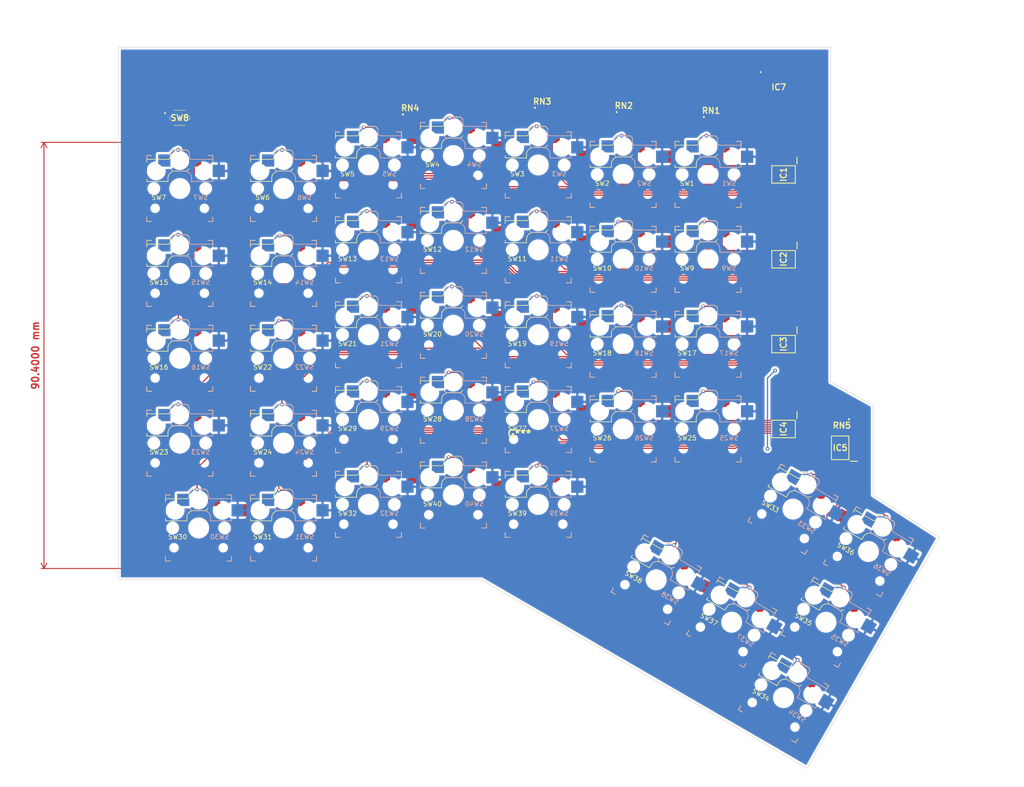
<source format=kicad_pcb>
(kicad_pcb (version 20211014) (generator pcbnew)
  (layers (0 "F.Cu" signal) (31 "B.Cu" signal) (34 "B.Paste" user) (35 "F.Paste" user) (36 "B.SilkS" user "B.Silkscreen") (37 "F.SilkS" user "F.Silkscreen") (38 "B.Mask" user) (39 "F.Mask" user) (44 "Edge.Cuts" user))
  (net 0 "")
  (net 2 "GND")
  (net 3 "+3V3")
  (net 9 "/1-2")
  (net 10 "/4")
  (net 11 "/3")
  (net 12 "/2")
  (net 13 "/1")
  (net 14 "/MISO")
  (net 15 "/2-3")
  (net 16 "/8")
  (net 17 "/7")
  (net 18 "/6")
  (net 19 "/5")
  (net 20 "/13")
  (net 21 "/14")
  (net 22 "/15")
  (net 23 "/16")
  (net 24 "/3-4")
  (net 25 "/9")
  (net 26 "/10")
  (net 27 "/11")
  (net 28 "/12")
  (net 29 "/20")
  (net 30 "/19")
  (net 31 "/18")
  (net 32 "/17")
  (net 33 "/4-5")
  (net 34 "/24")
  (net 35 "/23")
  (net 36 "/22")
  (net 37 "/21")
  (net 38 "/28")
  (net 39 "/27")
  (net 40 "/26")
  (net 41 "/25")
  (net 42 "/32")
  (net 43 "/31")
  (net 44 "/30")
  (net 45 "/29")
  (net 46 "/36")
  (net 47 "/35")
  (net 48 "/34")
  (net 49 "/33")
  (net 50 "/40")
  (net 51 "/39")
  (net 52 "/38")
  (net 53 "/37")
  (net 111 "/PL")
  (net 112 "/CLK")
  (net 113 "/CE")
  (footprint "Component_lib:Kailh_socket_PG1350_reversible" (layer "F.Cu") (at 72 124 180)
    (fp_text reference "SW29")
    (fp_text value "SW_Push")
  )
  (footprint "Component_lib:Kailh_socket_PG1350_reversible" (layer "F.Cu") (at 36 147 180)
    (fp_text reference "SW30")
    (fp_text value "SW_Push")
  )
  (footprint "Component_lib:Kailh_socket_PG1350_reversible" (layer "F.Cu") (at 169 167 150)
    (fp_text reference "SW35")
    (fp_text value "SW_Push")
  )
  (footprint "Component_lib:EXB2HV_1" (layer "F.Cu") (at 109.2 56.6)
    (fp_text reference "RN3")
    (fp_text value "EXB-2HV103JV" hide)
  )
  (footprint "Component_lib:SOP65P640X120-16N" (layer "F.Cu") (at 160 108 -90)
    (fp_text reference "IC3")
    (fp_text value "SN74HC165PWR" hide)
  )
  (footprint "Component_lib:SKRPABE010" (layer "F.Cu") (at 32 60)
    (fp_text reference "SW8")
    (fp_text value "SW_Push" hide)
  )
  (footprint "Component_lib:Kailh_socket_PG1350_reversible" (layer "F.Cu") (at 149 167 150)
    (fp_text reference "SW37")
    (fp_text value "SW_Push")
  )
  (footprint "Component_lib:EXB2HV_1" (layer "F.Cu") (at 126.5 57.5)
    (fp_text reference "RN2")
    (fp_text value "EXB-2HV103JV" hide)
  )
  (footprint "Component_lib:Kailh_socket_PG1350_reversible" (layer "F.Cu") (at 144 126 180)
    (fp_text reference "SW25")
    (fp_text value "SW_Push")
  )
  (footprint "Component_lib:pmk-v1-noFN" (layer "F.Cu") (at 104 127)
    (fp_text reference "G***")
    (fp_text value "LOGO" hide)
  )
  (footprint "Component_lib:Kailh_socket_PG1350_reversible" (layer "F.Cu") (at 72 88 180)
    (fp_text reference "SW13")
    (fp_text value "SW_Push")
  )
  (footprint "Component_lib:Kailh_socket_PG1350_reversible" (layer "F.Cu") (at 144 72 180)
    (fp_text reference "SW1")
    (fp_text value "SW_Push")
  )
  (footprint "Component_lib:Kailh_socket_PG1350_reversible" (layer "F.Cu") (at 32 93 180)
    (fp_text reference "SW15")
    (fp_text value "SW_Push")
  )
  (footprint "Component_lib:SOP65P640X120-16N" (layer "F.Cu") (at 172 130 180)
    (fp_text reference "IC5")
    (fp_text value "SN74HC165PWR" hide)
  )
  (footprint "Component_lib:Kailh_socket_PG1350_reversible" (layer "F.Cu") (at 72 142 180)
    (fp_text reference "SW32")
    (fp_text value "SW_Push")
  )
  (footprint "Component_lib:Kailh_socket_PG1350_reversible" (layer "F.Cu") (at 126 72 180)
    (fp_text reference "SW2")
    (fp_text value "SW_Push")
  )
  (footprint "Component_lib:EXB2HV_1" (layer "F.Cu") (at 172 125.2 180)
    (fp_text reference "RN5")
    (fp_text value "EXB-2HV103JV" hide)
  )
  (footprint "Component_lib:Kailh_socket_PG1350_reversible" (layer "F.Cu") (at 90 104 180)
    (fp_text reference "SW20")
    (fp_text value "SW_Push")
  )
  (footprint "Component_lib:Kailh_socket_PG1350_reversible" (layer "F.Cu") (at 72 106 180)
    (fp_text reference "SW21")
    (fp_text value "SW_Push")
  )
  (footprint "Component_lib:QFN40P700X700X90-57N-D" (layer "F.Cu") (at 159 53.5)
    (fp_text reference "IC7")
    (fp_text value "ESP32-S2FH4" hide)
  )
  (footprint "Component_lib:Kailh_socket_PG1350_reversible" (layer "F.Cu") (at 90 122 180)
    (fp_text reference "SW28")
    (fp_text value "SW_Push")
  )
  (footprint "Component_lib:Kailh_socket_PG1350_reversible" (layer "F.Cu") (at 32 75 180)
    (fp_text reference "SW7")
    (fp_text value "SW_Push")
  )
  (footprint "Component_lib:Kailh_socket_PG1350_reversible" (layer "F.Cu") (at 108 88 180)
    (fp_text reference "SW11")
    (fp_text value "SW_Push")
  )
  (footprint "Component_lib:Kailh_socket_PG1350_reversible" (layer "F.Cu") (at 144 108 180)
    (fp_text reference "SW17")
    (fp_text value "SW_Push")
  )
  (footprint "Component_lib:Kailh_socket_PG1350_reversible" (layer "F.Cu") (at 178 152 150)
    (fp_text reference "SW36")
    (fp_text value "SW_Push")
  )
  (footprint "Component_lib:EXB2HV_1" (layer "F.Cu") (at 145 58.55)
    (fp_text reference "RN1")
    (fp_text value "EXB-2HV103JV" hide)
  )
  (footprint "Component_lib:Kailh_socket_PG1350_reversible" (layer "F.Cu") (at 144 90 180)
    (fp_text reference "SW9")
    (fp_text value "SW_Push")
  )
  (footprint "Component_lib:Kailh_socket_PG1350_reversible" (layer "F.Cu") (at 126 108 180)
    (fp_text reference "SW18")
    (fp_text value "SW_Push")
  )
  (footprint "Component_lib:Kailh_socket_PG1350_reversible" (layer "F.Cu") (at 160 183 150)
    (fp_text reference "SW34")
    (fp_text value "SW_Push")
  )
  (footprint "Component_lib:Kailh_socket_PG1350_reversible" (layer "F.Cu") (at 133 158 150)
    (fp_text reference "SW38")
    (fp_text value "SW_Push")
  )
  (footprint "Component_lib:Kailh_socket_PG1350_reversible" (layer "F.Cu") (at 54 93 180)
    (fp_text reference "SW14")
    (fp_text value "SW_Push")
  )
  (footprint "Component_lib:Kailh_socket_PG1350_reversible" (layer "F.Cu") (at 90 86 180)
    (fp_text reference "SW12")
    (fp_text value "SW_Push")
  )
  (footprint "Component_lib:Kailh_socket_PG1350_reversible" (layer "F.Cu") (at 126 90 180)
    (fp_text reference "SW10")
    (fp_text value "SW_Push")
  )
  (footprint "Component_lib:Kailh_socket_PG1350_reversible" (layer "F.Cu") (at 54 129 180)
    (fp_text reference "SW24")
    (fp_text value "SW_Push")
  )
  (footprint "Component_lib:SOP65P640X120-16N" (layer "F.Cu") (at 160 126 -90)
    (fp_text reference "IC4")
    (fp_text value "SN74HC165PWR" hide)
  )
  (footprint "Component_lib:Kailh_socket_PG1350_reversible" (layer "F.Cu") (at 108 124 180)
    (fp_text reference "SW27")
    (fp_text value "SW_Push")
  )
  (footprint "Component_lib:Kailh_socket_PG1350_reversible" (layer "F.Cu") (at 54 147 180)
    (fp_text reference "SW31")
    (fp_text value "SW_Push")
  )
  (footprint "Component_lib:Kailh_socket_PG1350_reversible" (layer "F.Cu") (at 32 111 180)
    (fp_text reference "SW16")
    (fp_text value "SW_Push")
  )
  (footprint "Component_lib:Kailh_socket_PG1350_reversible" (layer "F.Cu") (at 126 126 180)
    (fp_text reference "SW26")
    (fp_text value "SW_Push")
  )
  (footprint "Component_lib:Kailh_socket_PG1350_reversible" (layer "F.Cu") (at 162 143 150)
    (fp_text reference "SW33")
    (fp_text value "SW_Push")
  )
  (footprint "Component_lib:Kailh_socket_PG1350_reversible" (layer "F.Cu") (at 54 111 180)
    (fp_text reference "SW22")
    (fp_text value "SW_Push")
  )
  (footprint "Component_lib:Kailh_socket_PG1350_reversible" (layer "F.Cu") (at 54 75 180)
    (fp_text reference "SW6")
    (fp_text value "SW_Push")
  )
  (footprint "Component_lib:Kailh_socket_PG1350_reversible" (layer "F.Cu") (at 108 70 180)
    (fp_text reference "SW3")
    (fp_text value "SW_Push")
  )
  (footprint "Component_lib:Kailh_socket_PG1350_reversible" (layer "F.Cu") (at 108 106 180)
    (fp_text reference "SW19")
    (fp_text value "SW_Push")
  )
  (footprint "Component_lib:Kailh_socket_PG1350_reversible" (layer "F.Cu") (at 90 68 180)
    (fp_text reference "SW4")
    (fp_text value "SW_Push")
  )
  (footprint "Component_lib:SOP65P640X120-16N" (layer "F.Cu") (at 160 90 -90)
    (fp_text reference "IC2")
    (fp_text value "SN74HC165PWR" hide)
  )
  (footprint "Component_lib:EXB2HV_1" (layer "F.Cu") (at 81.2 58)
    (fp_text reference "RN4")
    (fp_text value "EXB-2HV103JV" hide)
  )
  (footprint "Component_lib:Kailh_socket_PG1350_reversible" (layer "F.Cu") (at 108 142 180)
    (fp_text reference "SW39")
    (fp_text value "SW_Push")
  )
  (footprint "Component_lib:SOP65P640X120-16N" (layer "F.Cu") (at 160 72 -90)
    (fp_text reference "IC1")
    (fp_text value "SN74HC165PWR" hide)
  )
  (footprint "Component_lib:Kailh_socket_PG1350_reversible" (layer "F.Cu") (at 90 140 180)
    (fp_text reference "SW40")
    (fp_text value "SW_Push")
  )
  (footprint "Component_lib:Kailh_socket_PG1350_reversible" (layer "F.Cu") (at 72 70 180)
    (fp_text reference "SW5")
    (fp_text value "SW_Push")
  )
  (footprint "Component_lib:Kailh_socket_PG1350_reversible" (layer "F.Cu") (at 32 129 180)
    (fp_text reference "SW23")
    (fp_text value "SW_Push")
  )
  (gr_poly (pts (xy 170 116) (xy 179 121) (xy 179 140) (xy 193 149) (xy 165 198) (xy 96 158) (xy 19 158) (xy 19 45) (xy 170 45)) (layer "Edge.Cuts") (width 0.1) (fill none))
  (dimension (type aligned) (layer "F.Cu") (pts (xy 54.6 155.6) (xy 54.6 65.2)) (height -51.4) (gr_text "90.4000 mm" (at 1.4 110.4 90) (layer "F.Cu") (effects (font (size 1.5 1.5) (thickness 0.3)))) (format (units 3) (units_format 1) (precision 4)) (style (thickness 0.2) (arrow_length 1.27) (text_position_mode 0) (extension_height 0.58642) (extension_offset 0.5) keep_text_aligned))
  (segment (start 158.375 73.9505) (end 158.1745 73.75) (width 0.25) (layer "F.Cu") (net 9))
  (segment (start 158.1745 73.75) (end 156.4 73.75) (width 0.25) (layer "F.Cu") (net 9))
  (segment (start 158.375 74.938) (end 158.375 73.9505) (width 0.25) (layer "F.Cu") (net 9))
  (segment (start 92.7 63.5) (end 93.275 62.925) (width 0.25) (layer "F.Cu") (net 10))
  (segment (start 159.5245 71.5) (end 152.536396 71.5) (width 0.25) (layer "F.Cu") (net 10))
  (segment (start 160.975 70.0495) (end 159.5245 71.5) (width 0.25) (layer "F.Cu") (net 10))
  (segment (start 92.7 71.1) (end 92.7 63.5) (width 0.25) (layer "F.Cu") (net 10))
  (segment (start 152.536396 71.5) (end 149.436396 74.6) (width 0.25) (layer "F.Cu") (net 10))
  (segment (start 91.225 60) (end 89.2 60) (width 0.25) (layer "F.Cu") (net 10))
  (segment (start 160.975 69.062) (end 160.975 70.0495) (width 0.25) (layer "F.Cu") (net 10))
  (segment (start 149.436396 74.6) (end 96.2 74.6) (width 0.25) (layer "F.Cu") (net 10))
  (segment (start 96.2 74.6) (end 92.7 71.1) (width 0.25) (layer "F.Cu") (net 10))
  (segment (start 93.275 62.925) (end 93.275 62.05) (width 0.25) (layer "F.Cu") (net 10))
  (segment (start 93.275 62.05) (end 91.225 60) (width 0.25) (layer "F.Cu") (net 10))
  (via (at 89.2 60) (size 0.8) (drill 0.4) (layers "F.Cu" "B.Cu") (net 10))
  (segment (start 88.775 60) (end 86.725 62.05) (width 0.25) (layer "B.Cu") (net 10))
  (segment (start 89.2 60) (end 88.775 60) (width 0.25) (layer "B.Cu") (net 10))
  (segment (start 114 74.1) (end 111 71.1) (width 0.25) (layer "F.Cu") (net 11))
  (segment (start 159.35 71.0245) (end 152.3755 71.0245) (width 0.25) (layer "F.Cu") (net 11))
  (segment (start 109.012768 61.787768) (end 107.660946 61.787768) (width 0.25) (layer "F.Cu") (net 11))
  (segment (start 111 71.1) (end 111 64.325) (width 0.25) (layer "F.Cu") (net 11))
  (segment (start 148.7 74.1) (end 114 74.1) (width 0.25) (layer "F.Cu") (net 11))
  (segment (start 160.325 70.0495) (end 159.35 71.0245) (width 0.25) (layer "F.Cu") (net 11))
  (segment (start 152.3755 71.0245) (end 149.3 74.1) (width 0.25) (layer "F.Cu") (net 11))
  (segment (start 111.275 64.05) (end 109.012768 61.787768) (width 0.25) (layer "F.Cu") (net 11))
  (segment (start 149.3 74.1) (end 148.7 74.1) (width 0.25) (layer "F.Cu") (net 11))
  (segment (start 160.325 69.062) (end 160.325 70.0495) (width 0.25) (layer "F.Cu") (net 11))
  (segment (start 111 64.325) (end 111.275 64.05) (width 0.25) (layer "F.Cu") (net 11))
  (via (at 107.660946 61.787768) (size 0.8) (drill 0.4) (layers "F.Cu" "B.Cu") (net 11))
  (segment (start 106.987232 61.787768) (end 104.725 64.05) (width 0.25) (layer "B.Cu") (net 11))
  (segment (start 107.660946 61.787768) (end 106.987232 61.787768) (width 0.25) (layer "B.Cu") (net 11))
  (segment (start 142.2 70.6) (end 130.5 70.6) (width 0.25) (layer "F.Cu") (net 12))
  (segment (start 159.15 70.5745) (end 145.5745 70.5745) (width 0.25) (layer "F.Cu") (net 12))
  (segment (start 127.012768 63.787768) (end 125.660946 63.787768) (width 0.25) (layer "F.Cu") (net 12))
  (segment (start 129 69.1) (end 129 66.325) (width 0.25) (layer "F.Cu") (net 12))
  (segment (start 129 66.325) (end 129.275 66.05) (width 0.25) (layer "F.Cu") (net 12))
  (segment (start 159.675 70.0495) (end 159.15 70.5745) (width 0.25) (layer "F.Cu") (net 12))
  (segment (start 129.275 66.05) (end 127.012768 63.787768) (width 0.25) (layer "F.Cu") (net 12))
  (segment (start 145.5745 70.5745) (end 144.9 69.9) (width 0.25) (layer "F.Cu") (net 12))
  (segment (start 142.9 69.9) (end 142.2 70.6) (width 0.25) (layer "F.Cu") (net 12))
  (segment (start 144.9 69.9) (end 142.9 69.9) (width 0.25) (layer "F.Cu") (net 12))
  (segment (start 130.5 70.6) (end 129 69.1) (width 0.25) (layer "F.Cu") (net 12))
  (segment (start 159.675 69.062) (end 159.675 70.0495) (width 0.25) (layer "F.Cu") (net 12))
  (via (at 125.660946 63.787768) (size 0.8) (drill 0.4) (layers "F.Cu" "B.Cu") (net 12))
  (segment (start 124.987232 63.787768) (end 122.725 66.05) (width 0.25) (layer "B.Cu") (net 12))
  (segment (start 125.660946 63.787768) (end 124.987232 63.787768) (width 0.25) (layer "B.Cu") (net 12))
  (segment (start 147.275 66.05) (end 145.012768 63.787768) (width 0.25) (layer "F.Cu") (net 13))
  (segment (start 147.449499 70.1245) (end 147.1 69.775001) (width 0.25) (layer "F.Cu") (net 13))
  (segment (start 158.95 70.1245) (end 147.449499 70.1245) (width 0.25) (layer "F.Cu") (net 13))
  (segment (start 147.1 66.225) (end 147.275 66.05) (width 0.25) (layer "F.Cu") (net 13))
  (segment (start 159.025 69.062) (end 159.025 70.0495) (width 0.25) (layer "F.Cu") (net 13))
  (segment (start 147.1 69.775001) (end 147.1 66.225) (width 0.25) (layer "F.Cu") (net 13))
  (segment (start 145.012768 63.787768) (end 143.660946 63.787768) (width 0.25) (layer "F.Cu") (net 13))
  (segment (start 159.025 70.0495) (end 158.95 70.1245) (width 0.25) (layer "F.Cu") (net 13))
  (via (at 143.660946 63.787768) (size 0.8) (drill 0.4) (layers "F.Cu" "B.Cu") (net 13))
  (segment (start 142.987232 63.787768) (end 140.725 66.05) (width 0.25) (layer "B.Cu") (net 13))
  (segment (start 143.660946 63.787768) (end 142.987232 63.787768) (width 0.25) (layer "B.Cu") (net 13))
  (segment (start 64.236396 73.3) (end 59.536396 78) (width 0.25) (layer "F.Cu") (net 16))
  (segment (start 158.3745 73.3) (end 153.28198 73.3) (width 0.25) (layer "F.Cu") (net 16))
  (segment (start 59.536396 78) (end 58.7 78) (width 0.25) (layer "F.Cu") (net 16))
  (segment (start 21.4 75.7) (end 23.7 78) (width 0.25) (layer "F.Cu") (net 16))
  (segment (start 92.290812 73.3) (end 64.236396 73.3) (width 0.25) (layer "F.Cu") (net 16))
  (segment (start 23.725 58.925) (end 23.7 58.9) (width 0.25) (layer "F.Cu") (net 16))
  (segment (start 23.7 78) (end 58.7 78) (width 0.25) (layer "F.Cu") (net 16))
  (segment (start 21.4 61.2) (end 21.4 75.7) (width 0.25) (layer "F.Cu") (net 16))
  (segment (start 153.28198 73.3) (end 150.18198 76.4) (width 0.25) (layer "F.Cu") (net 16))
  (segment (start 150.18198 76.4) (end 95.390812 76.4) (width 0.25) (layer "F.Cu") (net 16))
  (segment (start 95.390812 76.4) (end 92.290812 73.3) (width 0.25) (layer "F.Cu") (net 16))
  (segment (start 23.7 58.9) (end 21.4 61.2) (width 0.25) (layer "F.Cu") (net 16))
  (segment (start 29.925 58.925) (end 23.725 58.925) (width 0.25) (layer "F.Cu") (net 16))
  (segment (start 159.025 74.938) (end 159.025 73.9505) (width 0.25) (layer "F.Cu") (net 16))
  (segment (start 159.025 73.9505) (end 158.3745 73.3) (width 0.25) (layer "F.Cu") (net 16))
  (segment (start 158.5745 72.85) (end 153.095584 72.85) (width 0.25) (layer "F.Cu") (net 17))
  (segment (start 35.1 69.225) (end 35.1 75.4) (width 0.25) (layer "F.Cu") (net 17))
  (segment (start 35.275 69.05) (end 33.012768 66.787768) (width 0.25) (layer "F.Cu") (net 17))
  (segment (start 35.1 75.4) (end 37.2 77.5) (width 0.25) (layer "F.Cu") (net 17))
  (segment (start 159.675 73.9505) (end 158.5745 72.85) (width 0.25) (layer "F.Cu") (net 17))
  (segment (start 59.4 77.5) (end 58.8 77.5) (width 0.25) (layer "F.Cu") (net 17))
  (segment (start 149.995584 75.95) (end 95.577208 75.95) (width 0.25) (layer "F.Cu") (net 17))
  (segment (start 95.577208 75.95) (end 92.427208 72.8) (width 0.25) (layer "F.Cu") (net 17))
  (segment (start 92.427208 72.8) (end 64.1 72.8) (width 0.25) (layer "F.Cu") (net 17))
  (segment (start 159.675 74.938) (end 159.675 73.9505) (width 0.25) (layer "F.Cu") (net 17))
  (segment (start 64.1 72.8) (end 59.4 77.5) (width 0.25) (layer "F.Cu") (net 17))
  (segment (start 37.2 77.5) (end 58.8 77.5) (width 0.25) (layer "F.Cu") (net 17))
  (segment (start 33.012768 66.787768) (end 31.660946 66.787768) (width 0.25) (layer "F.Cu") (net 17))
  (segment (start 35.275 69.05) (end 35.1 69.225) (width 0.25) (layer "F.Cu") (net 17))
  (segment (start 153.095584 72.85) (end 149.995584 75.95) (width 0.25) (layer "F.Cu") (net 17))
  (via (at 31.660946 66.787768) (size 0.8) (drill 0.4) (layers "F.Cu" "B.Cu") (net 17))
  (segment (start 31.660946 66.787768) (end 30.987232 66.787768) (width 0.25) (layer "B.Cu") (net 17))
  (segment (start 30.987232 66.787768) (end 28.725 69.05) (width 0.25) (layer "B.Cu") (net 17))
  (segment (start 160.325 73.9505) (end 160.325 74.938) (width 0.25) (layer "F.Cu") (net 18))
  (segment (start 149.809188 75.5) (end 152.909188 72.4) (width 0.25) (layer "F.Cu") (net 18))
  (segment (start 55.012768 66.787768) (end 53.660946 66.787768) (width 0.25) (layer "F.Cu") (net 18))
  (segment (start 158.7745 72.4) (end 160.325 73.9505) (width 0.25) (layer "F.Cu") (net 18))
  (segment (start 95.9 75.5) (end 149.809188 75.5) (width 0.25) (layer "F.Cu") (net 18))
  (segment (start 92.563604 72.3) (end 95.763604 75.5) (width 0.25) (layer "F.Cu") (net 18))
  (segment (start 61.65 69.05) (end 64.9 72.3) (width 0.25) (layer "F.Cu") (net 18))
  (segment (start 95.763604 75.5) (end 95.9 75.5) (width 0.25) (layer "F.Cu") (net 18))
  (segment (start 152.909188 72.4) (end 158.7745 72.4) (width 0.25) (layer "F.Cu") (net 18))
  (segment (start 57.275 69.05) (end 61.65 69.05) (width 0.25) (layer "F.Cu") (net 18))
  (segment (start 64.9 72.3) (end 92.563604 72.3) (width 0.25) (layer "F.Cu") (net 18))
  (segment (start 57.275 69.05) (end 55.012768 66.787768) (width 0.25) (layer "F.Cu") (net 18))
  (via (at 53.660946 66.787768) (size 0.8) (drill 0.4) (layers "F.Cu" "B.Cu") (net 18))
  (segment (start 52.987232 66.787768) (end 50.725 69.05) (width 0.25) (layer "B.Cu") (net 18))
  (segment (start 53.660946 66.787768) (end 52.987232 66.787768) (width 0.25) (layer "B.Cu") (net 18))
  (segment (start 92.7 71.8) (end 95.95 75.05) (width 0.25) (layer "F.Cu") (net 19))
  (segment (start 158.9745 71.95) (end 152.722792 71.95) (width 0.25) (layer "F.Cu") (net 19))
  (segment (start 152.722792 71.95) (end 149.622792 75.05) (width 0.25) (layer "F.Cu") (net 19))
  (segment (start 75.275 64.05) (end 75.275 65.125) (width 0.25) (layer "F.Cu") (net 19))
  (segment (start 75.275 65.125) (end 75 65.4) (width 0.25) (layer "F.Cu") (net 19))
  (segment (start 73.225 62) (end 71 62) (width 0.25) (layer "F.Cu") (net 19))
  (segment (start 95.95 75.05) (end 149.622792 75.05) (width 0.25) (layer "F.Cu") (net 19))
  (segment (start 75.275 64.05) (end 73.225 62) (width 0.25) (layer "F.Cu") (net 19))
  (segment (start 76.6 71.8) (end 92.7 71.8) (width 0.25) (layer "F.Cu") (net 19))
  (segment (start 75 65.4) (end 75 70.2) (width 0.25) (layer "F.Cu") (net 19))
  (segment (start 160.975 74.938) (end 160.975 73.9505) (width 0.25) (layer "F.Cu") (net 19))
  (segment (start 160.975 73.9505) (end 158.9745 71.95) (width 0.25) (layer "F.Cu") (net 19))
  (segment (start 75 70.2) (end 76.6 71.8) (width 0.25) (layer "F.Cu") (net 19))
  (via (at 71 62) (size 0.8) (drill 0.4) (layers "F.Cu" "B.Cu") (net 19))
  (segment (start 68.95 64.05) (end 68.725 64.05) (width 0.25) (layer "B.Cu") (net 19))
  (segment (start 71 62) (end 68.95 64.05) (width 0.25) (layer "B.Cu") (net 19))
  (segment (start 75.275 82.05) (end 73.012768 79.787768) (width 0.25) (layer "F.Cu") (net 20))
  (segment (start 74.8 88.3) (end 74.8 82.525) (width 0.25) (layer "F.Cu") (net 20))
  (segment (start 100.3 90.2) (end 76.7 90.2) (width 0.25) (layer "F.Cu") (net 20))
  (segment (start 160.975 91.9505) (end 158.9745 89.95) (width 0.25) (layer "F.Cu") (net 20))
  (segment (start 76.7 90.2) (end 74.8 88.3) (width 0.25) (layer "F.Cu") (net 20))
  (segment (start 152.922792 89.95) (end 149.822792 93.05) (width 0.25) (layer "F.Cu") (net 20))
  (segment (start 73.012768 79.787768) (end 71.660946 79.787768) (width 0.25) (layer "F.Cu") (net 20))
  (segment (start 149.822792 93.05) (end 103.15 93.05) (width 0.25) (layer "F.Cu") (net 20))
  (segment (start 158.9745 89.95) (end 152.922792 89.95) (width 0.25) (layer "F.Cu") (net 20))
  (segment (start 160.975 92.938) (end 160.975 91.9505) (width 0.25) (layer "F.Cu") (net 20))
  (segment (start 103.15 93.05) (end 100.3 90.2) (width 0.25) (layer "F.Cu") (net 20))
  (segment (start 74.8 82.525) (end 75.275 82.05) (width 0.25) (layer "F.Cu") (net 20))
  (via (at 71.660946 79.787768) (size 0.8) (drill 0.4) (layers "F.Cu" "B.Cu") (net 20))
  (segment (start 70.987232 79.787768) (end 68.725 82.05) (width 0.25) (layer "B.Cu") (net 20))
  (segment (start 71.660946 79.787768) (end 70.987232 79.787768) (width 0.25) (layer "B.Cu") (net 20))
  (segment (start 56.8 90.2) (end 58 91.4) (width 0.25) (layer "F.Cu") (net 21))
  (segment (start 160.325 91.9505) (end 159.35 90.9755) (width 0.25) (layer "F.Cu") (net 21))
  (segment (start 150.009188 93.5) (end 102.963604 93.5) (width 0.25) (layer "F.Cu") (net 21))
  (segment (start 100.163604 90.7) (end 63.4 90.7) (width 0.25) (layer "F.Cu") (net 21))
  (segment (start 55.225 85) (end 53.2 85) (width 0.25) (layer "F.Cu") (net 21))
  (segment (start 57.275 87.05) (end 55.225 85) (width 0.25) (layer "F.Cu") (net 21))
  (segment (start 158.794052 90.405948) (end 153.10324 90.405948) (width 0.25) (layer "F.Cu") (net 21))
  (segment (start 159.35 90.961896) (end 158.794052 90.405948) (width 0.25) (layer "F.Cu") (net 21))
  (segment (start 56.8 87.525) (end 56.8 90.2) (width 0.25) (layer "F.Cu") (net 21))
  (segment (start 62.7 91.4) (end 63.4 90.7) (width 0.25) (layer "F.Cu") (net 21))
  (segment (start 102.963604 93.5) (end 100.163604 90.7) (width 0.25) (layer "F.Cu") (net 21))
  (segment (start 58 91.4) (end 62.7 91.4) (width 0.25) (layer "F.Cu") (net 21))
  (segment (start 160.325 92.938) (end 160.325 91.9505) (width 0.25) (layer "F.Cu") (net 21))
  (segment (start 153.10324 90.405948) (end 150.009188 93.5) (width 0.25) (layer "F.Cu") (net 21))
  (segment (start 57.275 87.05) (end 56.8 87.525) (width 0.25) (layer "F.Cu") (net 21))
  (segment (start 159.35 90.9755) (end 159.35 90.961896) (width 0.25) (layer "F.Cu") (net 21))
  (via (at 53.2 85) (size 0.8) (drill 0.4) (layers "F.Cu" "B.Cu") (net 21))
  (segment (start 52.775 85) (end 50.725 87.05) (width 0.25) (layer "B.Cu") (net 21))
  (segment (start 53.2 85) (end 52.775 85) (width 0.25) (layer "B.Cu") (net 21))
  (segment (start 35 93) (end 35 87.325) (width 0.25) (layer "F.Cu") (net 22))
  (segment (start 153.289636 90.855948) (end 150.195584 93.95) (width 0.25) (layer "F.Cu") (net 22))
  (segment (start 35 87.325) (end 35.275 87.05) (width 0.25) (layer "F.Cu") (net 22))
  (segment (start 33.012768 84.787768) (end 31.660946 84.787768) (width 0.25) (layer "F.Cu") (net 22))
  (segment (start 59.6 95.2) (end 37.2 95.2) (width 0.25) (layer "F.Cu") (net 22))
  (segment (start 35.275 87.05) (end 33.012768 84.787768) (width 0.25) (layer "F.Cu") (net 22))
  (segment (start 159.15 91.4255) (end 159.15 91.411896) (width 0.25) (layer "F.Cu") (net 22))
  (segment (start 63.6 91.2) (end 59.6 95.2) (width 0.25) (layer "F.Cu") (net 22))
  (segment (start 159.15 91.411896) (end 158.594052 90.855948) (width 0.25) (layer "F.Cu") (net 22))
  (segment (start 100 91.2) (end 63.6 91.2) (width 0.25) (layer "F.Cu") (net 22))
  (segment (start 150.195584 93.95) (end 102.75 93.95) (width 0.25) (layer "F.Cu") (net 22))
  (segment (start 37.2 95.2) (end 35 93) (width 0.25) (layer "F.Cu") (net 22))
  (segment (start 102.75 93.95) (end 100 91.2) (width 0.25) (layer "F.Cu") (net 22))
  (segment (start 159.675 91.9505) (end 159.15 91.4255) (width 0.25) (layer "F.Cu") (net 22))
  (segment (start 159.675 92.938) (end 159.675 91.9505) (width 0.25) (layer "F.Cu") (net 22))
  (segment (start 158.594052 90.855948) (end 153.289636 90.855948) (width 0.25) (layer "F.Cu") (net 22))
  (via (at 31.660946 84.787768) (size 0.8) (drill 0.4) (layers "F.Cu" "B.Cu") (net 22))
  (segment (start 30.987232 84.787768) (end 28.725 87.05) (width 0.25) (layer "B.Cu") (net 22))
  (segment (start 31.660946 84.787768) (end 30.987232 84.787768) (width 0.25) (layer "B.Cu") (net 22))
  (segment (start 59.8 95.7) (end 33.3 95.7) (width 0.25) (layer "F.Cu") (net 23))
  (segment (start 102.563604 94.4) (end 99.813604 91.65) (width 0.25) (layer "F.Cu") (net 23))
  (segment (start 33.3 95.7) (end 31.7 97.3) (width 0.25) (layer "F.Cu") (net 23))
  (segment (start 63.85 91.65) (end 59.8 95.7) (width 0.25) (layer "F.Cu") (net 23))
  (segment (start 31.7 97.3) (end 31.7 102.748714) (width 0.25) (layer "F.Cu") (net 23))
  (segment (start 150.405948 94.4) (end 102.563604 94.4) (width 0.25) (layer "F.Cu") (net 23))
  (segment (start 31.7 102.748714) (end 31.660946 102.787768) (width 0.25) (layer "F.Cu") (net 23))
  (segment (start 153.5 91.305948) (end 150.405948 94.4) (width 0.25) (layer "F.Cu") (net 23))
  (segment (start 158.380448 91.305948) (end 153.5 91.305948) (width 0.25) (layer "F.Cu") (net 23))
  (segment (start 33.012768 102.787768) (end 31.660946 102.787768) (width 0.25) (layer "F.Cu") (net 23))
  (segment (start 159.025 92.938) (end 159.025 91.9505) (width 0.25) (layer "F.Cu") (net 23))
  (segment (start 35.275 105.05) (end 33.012768 102.787768) (width 0.25) (layer "F.Cu") (net 23))
  (segment (start 99.813604 91.65) (end 63.85 91.65) (width 0.25) (layer "F.Cu") (net 23))
  (segment (start 159.025 91.9505) (end 158.380448 91.305948) (width 0.25) (layer "F.Cu") (net 23))
  (via (at 31.660946 102.787768) (size 0.8) (drill 0.4) (layers "F.Cu" "B.Cu") (net 23))
  (segment (start 30.987232 102.787768) (end 28.725 105.05) (width 0.25) (layer "B.Cu") (net 23))
  (segment (start 31.660946 102.787768) (end 30.987232 102.787768) (width 0.25) (layer "B.Cu") (net 23))
  (via (at 156.6 130.2) (size 0.8) (drill 0.4) (layers "F.Cu" "B.Cu") (net 24))
  (via (at 158.2 113.6) (size 0.8) (drill 0.4) (layers "F.Cu" "B.Cu") (net 24))
  (segment (start 156.6 130.2) (end 156.6 115.2) (width 0.25) (layer "B.Cu") (net 24))
  (segment (start 156.6 115.2) (end 158.2 113.6) (width 0.25) (layer "B.Cu") (net 24))
  (segment (start 148.1245 88.1245) (end 147 87) (width 0.25) (layer "F.Cu") (net 25))
  (segment (start 147.275 84.05) (end 145.225 82) (width 0.25) (layer "F.Cu") (net 25))
  (segment (start 158.95 88.1245) (end 148.1245 88.1245) (width 0.25) (layer "F.Cu") (net 25))
  (segment (start 159.025 87.062) (end 159.025 88.0495) (width 0.25) (layer "F.Cu") (net 25))
  (segment (start 159.025 88.0495) (end 158.95 88.1245) (width 0.25) (layer "F.Cu") (net 25))
  (segment (start 147 84.325) (end 147.275 84.05) (width 0.25) (layer "F.Cu") (net 25))
  (segment (start 147 87) (end 147 84.325) (width 0.25) (layer "F.Cu") (net 25))
  (segment (start 145.225 82) (end 143.2 82) (width 0.25) (layer "F.Cu") (net 25))
  (via (at 143.2 82) (size 0.8) (drill 0.4) (layers "F.Cu" "B.Cu") (net 25))
  (segment (start 143.2 82) (end 142.775 82) (width 0.25) (layer "B.Cu") (net 25))
  (segment (start 142.775 82) (end 140.725 84.05) (width 0.25) (layer "B.Cu") (net 25))
  (segment (start 130 88.6) (end 129 87.6) (width 0.25) (layer "F.Cu") (net 26))
  (segment (start 141.953303 88.6) (end 130 88.6) (width 0.25) (layer "F.Cu") (net 26))
  (segment (start 142.753303 87.8) (end 141.953303 88.6) (width 0.25) (layer "F.Cu") (net 26))
  (segment (start 146.1745 88.5745) (end 145.4 87.8) (width 0.25) (layer "F.Cu") (net 26))
  (segment (start 129 87.6) (end 129 84.325) (width 0.25) (layer "F.Cu") (net 26))
  (segment (start 127.225 82) (end 125 82) (width 0.25) (layer "F.Cu") (net 26))
  (segment (start 159.675 87.062) (end 159.675 88.035896) (width 0.25) (layer "F.Cu") (net 26))
  (segment (start 159.110896 88.6) (end 159.085396 88.5745) (width 0.25) (layer "F.Cu") (net 26))
  (segment (start 129 84.325) (end 129.275 84.05) (width 0.25) (layer "F.Cu") (net 26))
  (segment (start 145.4 87.8) (end 142.753303 87.8) (width 0.25) (layer "F.Cu") (net 26))
  (segment (start 129.275 84.05) (end 127.225 82) (width 0.25) (layer "F.Cu") (net 26))
  (segment (start 159.675 88.035896) (end 159.110896 88.6) (width 0.25) (layer "F.Cu") (net 26))
  (segment (start 159.085396 88.5745) (end 146.1745 88.5745) (width 0.25) (layer "F.Cu") (net 26))
  (via (at 125 82) (size 0.8) (drill 0.4) (layers "F.Cu" "B.Cu") (net 26))
  (segment (start 122.95 84.05) (end 122.725 84.05) (width 0.25) (layer "B.Cu") (net 26))
  (segment (start 125 82) (end 122.95 84.05) (width 0.25) (layer "B.Cu") (net 26))
  (segment (start 149.5 92.1) (end 140.897106 92.1) (width 0.25) (layer "F.Cu") (net 27))
  (segment (start 109.012768 79.787768) (end 107.660946 79.787768) (width 0.25) (layer "F.Cu") (net 27))
  (segment (start 159.3245 89.05) (end 152.55 89.05) (width 0.25) (layer "F.Cu") (net 27))
  (segment (start 110.8 89.3) (end 110.8 82.525) (width 0.25) (layer "F.Cu") (net 27))
  (segment (start 111.275 82.05) (end 109.012768 79.787768) (width 0.25) (layer "F.Cu") (net 27))
  (segment (start 152.55 89.05) (end 149.5 92.1) (width 0.25) (layer "F.Cu") (net 27))
  (segment (start 160.325 87.062) (end 160.325 88.0495) (width 0.25) (layer "F.Cu") (net 27))
  (segment (start 113.6 92.1) (end 110.8 89.3) (width 0.25) (layer "F.Cu") (net 27))
  (segment (start 140.897106 92.1) (end 113.6 92.1) (width 0.25) (layer "F.Cu") (net 27))
  (segment (start 140.897106 92.1) (end 140.898553 92.101447) (width 0.25) (layer "F.Cu") (net 27))
  (segment (start 160.325 88.0495) (end 159.3245 89.05) (width 0.25) (layer "F.Cu") (net 27))
  (segment (start 110.8 82.525) (end 111.275 82.05) (width 0.25) (layer "F.Cu") (net 27))
  (via (at 107.660946 79.787768) (size 0.8) (drill 0.4) (layers "F.Cu" "B.Cu") (net 27))
  (segment (start 106.987232 79.787768) (end 104.725 82.05) (width 0.25) (layer "B.Cu") (net 27))
  (segment (start 107.660946 79.787768) (end 106.987232 79.787768) (width 0.25) (layer "B.Cu") (net 27))
  (segment (start 93.1 86.8) (end 93.1 80.225) (width 0.25) (layer "F.Cu") (net 28))
  (segment (start 93.1 80.225) (end 93.275 80.05) (width 0.25) (layer "F.Cu") (net 28))
  (segment (start 93.275 80.05) (end 91.012768 77.787768) (width 0.25) (layer "F.Cu") (net 28))
  (segment (start 159.5245 89.5) (end 152.736396 89.5) (width 0.25) (layer "F.Cu") (net 28))
  (segment (start 149.636396 92.6) (end 103.4 92.6) (width 0.25) (layer "F.Cu") (net 28))
  (segment (start 100.4 89.6) (end 95.9 89.6) (width 0.25) (layer "F.Cu") (net 28))
  (segment (start 160.975 87.062) (end 160.975 88.0495) (width 0.25) (layer "F.Cu") (net 28))
  (segment (start 95.9 89.6) (end 93.1 86.8) (width 0.25) (layer "F.Cu") (net 28))
  (segment (start 103.4 92.6) (end 100.4 89.6) (width 0.25) (layer "F.Cu") (net 28))
  (segment (start 160.975 88.0495) (end 159.5245 89.5) (width 0.25) (layer "F.Cu") (net 28))
  (segment (start 152.736396 89.5) (end 149.636396 92.6) (width 0.25) (layer "F.Cu") (net 28))
  (segment (start 91.012768 77.787768) (end 89.660946 77.787768) (width 0.25) (layer "F.Cu") (net 28))
  (via (at 89.660946 77.787768) (size 0.8) (drill 0.4) (layers "F.Cu" "B.Cu") (net 28))
  (segment (start 88.987232 77.787768) (end 86.725 80.05) (width 0.25) (layer "B.Cu") (net 28))
  (segment (start 89.660946 77.787768) (end 88.987232 77.787768) (width 0.25) (layer "B.Cu") (net 28))
  (segment (start 160.975 105.062) (end 160.975 106.0495) (width 0.25) (layer "F.Cu") (net 29))
  (segment (start 160.975 106.0495) (end 159.4745 107.55) (width 0.25) (layer "F.Cu") (net 29))
  (segment (start 92.9 105.6) (end 92.9 98.425) (width 0.25) (layer "F.Cu") (net 29))
  (segment (start 159.4745 107.55) (end 152.486396 107.55) (width 0.25) (layer "F.Cu") (net 29))
  (segment (start 97.95 110.65) (end 92.9 105.6) (width 0.25) (layer "F.Cu") (net 29))
  (segment (start 92.9 98.425) (end 93.275 98.05) (width 0.25) (layer "F.Cu") (net 29))
  (segment (start 91.012768 95.787768) (end 89.660946 95.787768) (width 0.25) (layer "F.Cu") (net 29))
  (segment (start 93.275 98.05) (end 91.012768 95.787768) (width 0.25) (layer "F.Cu") (net 29))
  (segment (start 152.486396 107.55) (end 149.386396 110.65) (width 0.25) (layer "F.Cu") (net 29))
  (segment (start 149.386396 110.65) (end 97.95 110.65) (width 0.25) (layer "F.Cu") (net 29))
  (via (at 89.660946 95.787768) (size 0.8) (drill 0.4) (layers "F.Cu" "B.Cu") (net 29))
  (segment (start 89.660946 95.787768) (end 88.987232 95.787768) (width 0.25) (layer "B.Cu") (net 29))
  (segment (start 88.987232 95.787768) (end 86.725 98.05) (width 0.25) (layer "B.Cu") (net 29))
  (segment (start 114 110.2) (end 111 107.2) (width 0.25) (layer "F.Cu") (net 30))
  (segment (start 109.012768 97.787768) (end 107.660946 97.787768) (width 0.25) (layer "F.Cu") (net 30))
  (segment (start 149.2 110.2) (end 114 110.2) (width 0.25) (layer "F.Cu") (net 30))
  (segment (start 160.325 106.0495) (end 159.2745 107.1) (width 0.25) (layer "F.Cu") (net 30))
  (segment (start 111 107.2) (end 111 100.325) (width 0.25) (layer "F.Cu") (net 30))
  (segment (start 160.325 105.062) (end 160.325 106.0495) (width 0.25) (layer "F.Cu") (net 30))
  (segment (start 159.2745 107.1) (end 152.3 107.1) (width 0.25) (layer "F.Cu") (net 30))
  (segment (start 152.3 107.1) (end 149.2 110.2) (width 0.25) (layer "F.Cu") (net 30))
  (segment (start 111.275 100.05) (end 109.012768 97.787768) (width 0.25) (layer "F.Cu") (net 30))
  (segment (start 111 100.325) (end 111.275 100.05) (width 0.25) (layer "F.Cu") (net 30))
  (via (at 107.660946 97.787768) (size 0.8) (drill 0.4) (layers "F.Cu" "B.Cu") (net 30))
  (segment (start 106.987232 97.787768) (end 104.725 100.05) (width 0.25) (layer "B.Cu") (net 30))
  (segment (start 107.660946 97.787768) (end 106.987232 97.787768) (width 0.25) (layer "B.Cu") (net 30))
  (segment (start 147.813604 106.65) (end 146.781802 105.618198) (width 0.25) (layer "F.Cu") (net 31))
  (segment (start 159.0745 106.65) (end 147.813604 106.65) (width 0.25) (layer "F.Cu") (net 31))
  (segment (start 128.8 105.6) (end 128.8 102.525) (width 0.25) (layer "F.Cu") (net 31))
  (segment (start 129.7 106.5) (end 128.8 105.6) (width 0.25) (layer "F.Cu") (net 31))
  (segment (start 140.8 106.5) (end 129.7 106.5) (width 0.25) (layer "F.Cu") (net 31))
  (segment (start 127.012768 99.787768) (end 125.660946 99.787768) (width 0.25) (layer "F.Cu") (net 31))
  (segment (start 128.8 102.525) (end 129.275 102.05) (width 0.25) (layer "F.Cu") (net 31))
  (segment (start 159.675 105.062) (end 159.675 106.0495) (width 0.25) (layer "F.Cu") (net 31))
  (segment (start 129.275 102.05) (end 127.012768 99.787768) (width 0.25) (layer "F.Cu") (net 31))
  (segment (start 141.681802 105.618198) (end 140.8 106.5) (width 0.25) (layer "F.Cu") (net 31))
  (segment (start 146.781802 105.618198) (end 141.681802 105.618198) (width 0.25) (layer "F.Cu") (net 31))
  (segment (start 159.675 106.0495) (end 159.0745 106.65) (width 0.25) (layer "F.Cu") (net 31))
  (via (at 125.660946 99.787768) (size 0.8) (drill 0.4) (layers "F.Cu" "B.Cu") (net 31))
  (segment (start 124.987232 99.787768) (end 122.725 102.05) (width 0.25) (layer "B.Cu") (net 31))
  (segment (start 125.660946 99.787768) (end 124.987232 99.787768) (width 0.25) (layer "B.Cu") (net 31))
  (segment (start 158.8745 106.2) (end 148 106.2) (width 0.25) (layer "F.Cu") (net 32))
  (segment (start 147.275 102.05) (end 145.225 100) (width 0.25) (layer "F.Cu") (net 32))
  (segment (start 145.225 100) (end 143 100) (width 0.25) (layer "F.Cu") (net 32))
  (segment (start 148 106.2) (end 147 105.2) (width 0.25) (layer "F.Cu") (net 32))
  (segment (start 159.025 105.062) (end 159.025 106.0495) (width 0.25) (layer "F.Cu") (net 32))
  (segment (start 159.025 106.0495) (end 158.8745 106.2) (width 0.25) (layer "F.Cu") (net 32))
  (segment (start 147 102.325) (end 147.275 102.05) (width 0.25) (layer "F.Cu") (net 32))
  (segment (start 147 105.2) (end 147 102.325) (width 0.25) (layer "F.Cu") (net 32))
  (via (at 143 100) (size 0.8) (drill 0.4) (layers "F.Cu" "B.Cu") (net 32))
  (segment (start 140.95 102.05) (end 140.725 102.05) (width 0.25) (layer "B.Cu") (net 32))
  (segment (start 143 100) (end 140.95 102.05) (width 0.25) (layer "B.Cu") (net 32))
  (segment (start 159.025 110.938) (end 159.025 109.9505) (width 0.25) (layer "F.Cu") (net 34))
  (segment (start 159.025 109.9505) (end 158.4245 109.35) (width 0.25) (layer "F.Cu") (net 34))
  (segment (start 60.268198 112.968198) (end 60.268198 113.031802) (width 0.25) (layer "F.Cu") (net 34))
  (segment (start 57.275 123.05) (end 55.012768 120.787768) (width 0.25) (layer "F.Cu") (net 34))
  (segment (start 97.113604 112.45) (end 94.881802 110.218198) (width 0.25) (layer "F.Cu") (net 34))
  (segment (start 94.881802 110.218198) (end 63.018198 110.218198) (width 0.25) (layer "F.Cu") (net 34))
  (segment (start 53.660946 119.639054) (end 53.660946 120.787768) (width 0.25) (layer "F.Cu") (net 34))
  (segment (start 153.23198 109.35) (end 150.13198 112.45) (width 0.25) (layer "F.Cu") (net 34))
  (segment (start 55.012768 120.787768) (end 53.660946 120.787768) (width 0.25) (layer "F.Cu") (net 34))
  (segment (start 60.268198 113.031802) (end 53.660946 119.639054) (width 0.25) (layer "F.Cu") (net 34))
  (segment (start 63.018198 110.218198) (end 60.268198 112.968198) (width 0.25) (layer "F.Cu") (net 34))
  (segment (start 150.13198 112.45) (end 97.113604 112.45) (width 0.25) (layer "F.Cu") (net 34))
  (segment (start 158.4245 109.35) (end 153.23198 109.35) (width 0.25) (layer "F.Cu") (net 34))
  (via (at 53.660946 120.787768) (size 0.8) (drill 0.4) (layers "F.Cu" "B.Cu") (net 34))
  (segment (start 52.987232 120.787768) (end 50.725 123.05) (width 0.25) (layer "B.Cu") (net 34))
  (segment (start 53.660946 120.787768) (end 52.987232 120.787768) (width 0.25) (layer "B.Cu") (net 34))
  (segment (start 97.3 112) (end 95.068198 109.768198) (width 0.25) (layer "F.Cu") (net 35))
  (segment (start 159.675 109.9505) (end 158.6245 108.9) (width 0.25) (layer "F.Cu") (net 35))
  (segment (start 95.068198 109.768198) (end 62.831802 109.768198) (width 0.25) (layer "F.Cu") (net 35))
  (segment (start 62.831802 109.768198) (end 58.9 113.7) (width 0.25) (layer "F.Cu") (net 35))
  (segment (start 149.945584 112) (end 97.3 112) (width 0.25) (layer "F.Cu") (net 35))
  (segment (start 159.675 110.938) (end 159.675 109.9505) (width 0.25) (layer "F.Cu") (net 35))
  (segment (start 33.012768 120.787768) (end 31.660946 120.787768) (width 0.25) (layer "F.Cu") (net 35))
  (segment (start 35.275 123.05) (end 33.012768 120.787768) (width 0.25) (layer "F.Cu") (net 35))
  (segment (start 39.2 113.7) (end 35.275 117.625) (width 0.25) (layer "F.Cu") (net 35))
  (segment (start 35.275 117.625) (end 35.275 123.05) (width 0.25) (layer "F.Cu") (net 35))
  (segment (start 158.6245 108.9) (end 153.045584 108.9) (width 0.25) (layer "F.Cu") (net 35))
  (segment (start 153.045584 108.9) (end 149.945584 112) (width 0.25) (layer "F.Cu") (net 35))
  (segment (start 58.9 113.7) (end 39.2 113.7) (width 0.25) (layer "F.Cu") (net 35))
  (via (at 31.660946 120.787768) (size 0.8) (drill 0.4) (layers "F.Cu" "B.Cu") (net 35))
  (segment (start 31.660946 120.787768) (end 30.987232 120.787768) (width 0.25) (layer "B.Cu") (net 35))
  (segment (start 30.987232 120.787768) (end 28.725 123.05) (width 0.25) (layer "B.Cu") (net 35))
  (segment (start 95.345406 109.318198) (end 58.018198 109.318198) (width 0.25) (layer "F.Cu") (net 36))
  (segment (start 56.9 105.425) (end 57.275 105.05) (width 0.25) (layer "F.Cu") (net 36))
  (segment (start 57.275 105.05) (end 55.225 103) (width 0.25) (layer "F.Cu") (net 36))
  (segment (start 160.325 109.9505) (end 158.8245 108.45) (width 0.25) (layer "F.Cu") (net 36))
  (segment (start 158.8245 108.45) (end 152.859188 108.45) (width 0.25) (layer "F.Cu") (net 36))
  (segment (start 160.325 110.938) (end 160.325 109.9505) (width 0.25) (layer "F.Cu") (net 36))
  (segment (start 149.759188 111.55) (end 97.577208 111.55) (width 0.25) (layer "F.Cu") (net 36))
  (segment (start 56.9 108.2) (end 56.9 105.425) (width 0.25) (layer "F.Cu") (net 36))
  (segment (start 58.018198 109.318198) (end 56.9 108.2) (width 0.25) (layer "F.Cu") (net 36))
  (segment (start 97.577208 111.55) (end 95.345406 109.318198) (width 0.25) (layer "F.Cu") (net 36))
  (segment (start 55.225 103) (end 53 103) (width 0.25) (layer "F.Cu") (net 36))
  (segment (start 152.859188 108.45) (end 149.759188 111.55) (width 0.25) (layer "F.Cu") (net 36))
  (via (at 53 103) (size 0.8) (drill 0.4) (layers "F.Cu" "B.Cu") (net 36))
  (segment (start 50.95 105.05) (end 50.725 105.05) (width 0.25) (layer "B.Cu") (net 36))
  (segment (start 53 103) (end 50.95 105.05) (width 0.25) (layer "B.Cu") (net 36))
  (segment (start 74.7 100.625) (end 75.275 100.05) (width 0.25) (layer "F.Cu") (net 37))
  (segment (start 95.531802 108.868198) (end 76.968198 108.868198) (width 0.25) (layer "F.Cu") (net 37))
  (segment (start 74.7 106.6) (end 74.7 100.625) (width 0.25) (layer "F.Cu") (net 37))
  (segment (start 73.012768 97.787768) (end 71.660946 97.787768) (width 0.25) (layer "F.Cu") (net 37))
  (segment (start 75.275 100.05) (end 73.012768 97.787768) (width 0.25) (layer "F.Cu") (net 37))
  (segment (start 149.572792 111.1) (end 97.763604 111.1) (width 0.25) (layer "F.Cu") (net 37))
  (segment (start 152.672792 108) (end 149.572792 111.1) (width 0.25) (layer "F.Cu") (net 37))
  (segment (start 159.2 108) (end 152.672792 108) (width 0.25) (layer "F.Cu") (net 37))
  (segment (start 160.975 110.938) (end 160.975 109.775) (width 0.25) (layer "F.Cu") (net 37))
  (segment (start 76.968198 108.868198) (end 74.7 106.6) (width 0.25) (layer "F.Cu") (net 37))
  (segment (start 97.763604 111.1) (end 95.531802 108.868198) (width 0.25) (layer "F.Cu") (net 37))
  (segment (start 160.975 109.775) (end 159.2 108) (width 0.25) (layer "F.Cu") (net 37))
  (via (at 71.660946 97.787768) (size 0.8) (drill 0.4) (layers "F.Cu" "B.Cu") (net 37))
  (segment (start 70.987232 97.787768) (end 68.725 100.05) (width 0.25) (layer "B.Cu") (net 37))
  (segment (start 71.660946 97.787768) (end 70.987232 97.787768) (width 0.25) (layer "B.Cu") (net 37))
  (segment (start 91.225 114) (end 89 114) (width 0.25) (layer "F.Cu") (net 38))
  (segment (start 93.275 116.05) (end 91.225 114) (width 0.25) (layer "F.Cu") (net 38))
  (via (at 89 114) (size 0.8) (drill 0.4) (layers "F.Cu" "B.Cu") (net 38))
  (segment (start 86.95 116.05) (end 86.725 116.05) (width 0.25) (layer "B.Cu") (net 38))
  (segment (start 89 114) (end 86.95 116.05) (width 0.25) (layer "B.Cu") (net 38))
  (segment (start 111.275 118.05) (end 109.225 116) (width 0.25) (layer "F.Cu") (net 39))
  (segment (start 160.325 124.075) (end 159.3 125.1) (width 0.25) (layer "F.Cu") (net 39))
  (segment (start 111 126.3) (end 111 118.325) (width 0.25) (layer "F.Cu") (net 39))
  (segment (start 159.3 125.1) (end 152.3 125.1) (width 0.25) (layer "F.Cu") (net 39))
  (segment (start 160.325 123.062) (end 160.325 124.075) (width 0.25) (layer "F.Cu") (net 39))
  (segment (start 152.3 125.1) (end 149.1 128.3) (width 0.25) (layer "F.Cu") (net 39))
  (segment (start 113 128.3) (end 111 126.3) (width 0.25) (layer "F.Cu") (net 39))
  (segment (start 109.225 116) (end 107 116) (width 0.25) (layer "F.Cu") (net 39))
  (segment (start 149.1 128.3) (end 113 128.3) (width 0.25) (layer "F.Cu") (net 39))
  (segment (start 111 118.325) (end 111.275 118.05) (width 0.25) (layer "F.Cu") (net 39))
  (via (at 107 116) (size 0.8) (drill 0.4) (layers "F.Cu" "B.Cu") (net 39))
  (segment (start 104.95 118.05) (end 104.725 118.05) (width 0.25) (layer "B.Cu") (net 39))
  (segment (start 107 116) (end 104.95 118.05) (width 0.25) (layer "B.Cu") (net 39))
  (segment (start 127.225 118) (end 125 118) (width 0.25) (layer "F.Cu") (net 40))
  (segment (start 159.675 123.062) (end 159.675 124.035896) (width 0.25) (layer "F.Cu") (net 40))
  (segment (start 129.6 124.4) (end 129 123.8) (width 0.25) (layer "F.Cu") (net 40))
  (segment (start 147.513604 124.65) (end 146.481802 123.618198) (width 0.25) (layer "F.Cu") (net 40))
  (segment (start 129 123.8) (end 129 120.325) (width 0.25) (layer "F.Cu") (net 40))
  (segment (start 129 120.325) (end 129.275 120.05) (width 0.25) (layer "F.Cu") (net 40))
  (segment (start 141.581802 123.618198) (end 140.8 124.4) (width 0.25) (layer "F.Cu") (net 40))
  (segment (start 159.675 124.035896) (end 159.060896 124.65) (width 0.25) (layer "F.Cu") (net 40))
  (segment (start 159.060896 124.65) (end 147.513604 124.65) (width 0.25) (layer "F.Cu") (net 40))
  (segment (start 146.481802 123.618198) (end 141.581802 123.618198) (width 0.25) (layer "F.Cu") (net 40))
  (segment (start 129.275 120.05) (end 127.225 118) (width 0.25) (layer "F.Cu") (net 40))
  (segment (start 140.8 124.4) (end 129.6 124.4) (width 0.25) (layer "F.Cu") (net 40))
  (via (at 125 118) (size 0.8) (drill 0.4) (layers "F.Cu" "B.Cu") (net 40))
  (segment (start 122.95 120.05) (end 122.725 120.05) (width 0.25) (layer "B.Cu") (net 40))
  (segment (start 125 118) (end 122.95 120.05) (width 0.25) (layer "B.Cu") (net 40))
  (segment (start 159.025 124.0495) (end 158.8745 124.2) (width 0.25) (layer "F.Cu") (net 41))
  (segment (start 145.225 118) (end 143 118) (width 0.25) (layer "F.Cu") (net 41))
  (segment (start 147.275 120.05) (end 145.225 118) (width 0.25) (layer "F.Cu") (net 41))
  (segment (start 146.5 123) (end 146.5 120.825) (width 0.25) (layer "F.Cu") (net 41))
  (segment (start 159.025 123.062) (end 159.025 124.0495) (width 0.25) (layer "F.Cu") (net 41))
  (segment (start 147.7 124.2) (end 146.5 123) (width 0.25) (layer "F.Cu") (net 41))
  (segment (start 146.5 120.825) (end 147.275 120.05) (width 0.25) (layer "F.Cu") (net 41))
  (segment (start 158.8745 124.2) (end 147.7 124.2) (width 0.25) (layer "F.Cu") (net 41))
  (via (at 143 118) (size 0.8) (drill 0.4) (layers "F.Cu" "B.Cu") (net 41))
  (segment (start 143 118) (end 140.95 120.05) (width 0.25) (layer "B.Cu") (net 41))
  (segment (start 140.95 120.05) (end 140.725 120.05) (width 0.25) (layer "B.Cu") (net 41))
  (segment (start 73.012768 133.787768) (end 71.660946 133.787768) (width 0.25) (layer "F.Cu") (net 42))
  (segment (start 74.15 127.15) (end 71.7 129.6) (width 0.25) (layer "F.Cu") (net 42))
  (segment (start 159.025 128.938) (end 159.025 127.225) (width 0.25) (layer "F.Cu") (net 42))
  (segment (start 104.040812 127.15) (end 74.15 127.15) (width 0.25) (layer "F.Cu") (net 42))
  (segment (start 149.845584 130.1) (end 106.990812 130.1) (width 0.25) (layer "F.Cu") (net 42))
  (segment (start 106.990812 130.1) (end 104.040812 127.15) (width 0.25) (layer "F.Cu") (net 42))
  (segment (start 71.7 133.748714) (end 71.660946 133.787768) (width 0.25) (layer "F.Cu") (net 42))
  (segment (start 158.7 126.9) (end 153.045584 126.9) (width 0.25) (layer "F.Cu") (net 42))
  (segment (start 75.275 136.05) (end 73.012768 133.787768) (width 0.25) (layer "F.Cu") (net 42))
  (segment (start 159.025 127.225) (end 158.7 126.9) (width 0.25) (layer "F.Cu") (net 42))
  (segment (start 153.045584 126.9) (end 149.845584 130.1) (width 0.25) (layer "F.Cu") (net 42))
  (segment (start 71.7 129.6) (end 71.7 133.748714) (width 0.25) (layer "F.Cu") (net 42))
  (via (at 71.660946 133.787768) (size 0.8) (drill 0.4) (layers "F.Cu" "B.Cu") (net 42))
  (segment (start 70.987232 133.787768) (end 68.725 136.05) (width 0.25) (layer "B.Cu") (net 42))
  (segment (start 71.660946 133.787768) (end 70.987232 133.787768) (width 0.25) (layer "B.Cu") (net 42))
  (segment (start 64.5 126.7) (end 58.8 132.4) (width 0.25) (layer "F.Cu") (net 43))
  (segment (start 159.675 127.9505) (end 159.7 127.9255) (width 0.25) (layer "F.Cu") (net 43))
  (segment (start 159.675 128.938) (end 159.675 127.9505) (width 0.25) (layer "F.Cu") (net 43))
  (segment (start 159.7 127.172792) (end 158.977208 126.45) (width 0.25) (layer "F.Cu") (net 43))
  (segment (start 158.977208 126.45) (end 152.859188 126.45) (width 0.25) (layer "F.Cu") (net 43))
  (segment (start 152.859188 126.45) (end 149.659188 129.65) (width 0.25) (layer "F.Cu") (net 43))
  (segment (start 55.2 132.4) (end 53 134.6) (width 0.25) (layer "F.Cu") (net 43))
  (segment (start 57.275 141.05) (end 55.225 139) (width 0.25) (layer "F.Cu") (net 43))
  (segment (start 159.7 127.9255) (end 159.7 127.172792) (width 0.25) (layer "F.Cu") (net 43))
  (segment (start 104.227208 126.7) (end 64.5 126.7) (width 0.25) (layer "F.Cu") (net 43))
  (segment (start 53 134.6) (end 53 139) (width 0.25) (layer "F.Cu") (net 43))
  (segment (start 107.177208 129.65) (end 104.227208 126.7) (width 0.25) (layer "F.Cu") (net 43))
  (segment (start 149.659188 129.65) (end 107.177208 129.65) (width 0.25) (layer "F.Cu") (net 43))
  (segment (start 58.8 132.4) (end 55.2 132.4) (width 0.25) (layer "F.Cu") (net 43))
  (segment (start 55.225 139) (end 53 139) (width 0.25) (layer "F.Cu") (net 43))
  (via (at 53 139) (size 0.8) (drill 0.4) (layers "F.Cu" "B.Cu") (net 43))
  (segment (start 53 139) (end 50.95 141.05) (width 0.25) (layer "B.Cu") (net 43))
  (segment (start 50.95 141.05) (end 50.725 141.05) (width 0.25) (layer "B.Cu") (net 43))
  (segment (start 160.325 128.938) (end 160.325 127.161396) (width 0.25) (layer "F.Cu") (net 44))
  (segment (start 37.012768 138.787768) (end 35.660946 138.787768) (width 0.25) (layer "F.Cu") (net 44))
  (segment (start 107.363604 129.2) (end 104.413604 126.25) (width 0.25) (layer "F.Cu") (net 44))
  (segment (start 160.325 127.161396) (end 159.163604 126) (width 0.25) (layer "F.Cu") (net 44))
  (segment (start 38.2 131.8) (end 35.660946 134.339054) (width 0.25) (layer "F.Cu") (net 44))
  (segment (start 104.413604 126.25) (end 64.25 126.25) (width 0.25) (layer "F.Cu") (net 44))
  (segment (start 35.660946 134.339054) (end 35.660946 138.787768) (width 0.25) (layer "F.Cu") (net 44))
  (segment (start 152.672792 126) (end 149.472792 129.2) (width 0.25) (layer "F.Cu") (net 44))
  (segment (start 64.25 126.25) (end 58.7 131.8) (width 0.25) (layer "F.Cu") (net 44))
  (segment (start 39.275 141.05) (end 37.012768 138.787768) (width 0.25) (layer "F.Cu") (net 44))
  (segment (start 159.163604 126) (end 152.672792 126) (width 0.25) (layer "F.Cu") (net 44))
  (segment (start 58.7 131.8) (end 38.2 131.8) (width 0.25) (layer "F.Cu") (net 44))
  (segment (start 149.472792 129.2) (end 107.363604 129.2) (width 0.25) (layer "F.Cu") (net 44))
  (via (at 35.660946 138.787768) (size 0.8) (drill 0.4) (layers "F.Cu" "B.Cu") (net 44))
  (segment (start 34.987232 138.787768) (end 32.725 141.05) (width 0.25) (layer "B.Cu") (net 44))
  (segment (start 35.660946 138.787768) (end 34.987232 138.787768) (width 0.25) (layer "B.Cu") (net 44))
  (segment (start 152.486396 125.55) (end 149.286396 128.75) (width 0.25) (layer "F.Cu") (net 45))
  (segment (start 75.275 118.05) (end 73.012768 115.787768) (width 0.25) (layer "F.Cu") (net 45))
  (segment (start 104.6 125.8) (end 76.8 125.8) (width 0.25) (layer "F.Cu") (net 45))
  (segment (start 107.55 128.75) (end 104.6 125.8) (width 0.25) (layer "F.Cu") (net 45))
  (segment (start 159.35 125.55) (end 152.486396 125.55) (width 0.25) (layer "F.Cu") (net 45))
  (segment (start 149.286396 128.75) (end 107.55 128.75) (width 0.25) (layer "F.Cu") (net 45))
  (segment (start 160.975 128.938) (end 160.975 127.175) (width 0.25) (layer "F.Cu") (net 45))
  (segment (start 74.8 118.525) (end 75.275 118.05) (width 0.25) (layer "F.Cu") (net 45))
  (segment (start 160.975 127.175) (end 159.35 125.55) (width 0.25) (layer "F.Cu") (net 45))
  (segment (start 74.8 123.8) (end 74.8 118.525) (width 0.25) (layer "F.Cu") (net 45))
  (segment (start 73.012768 115.787768) (end 71.660946 115.787768) (width 0.25) (layer "F.Cu") (net 45))
  (segment (start 76.8 125.8) (end 74.8 123.8) (width 0.25) (layer "F.Cu") (net 45))
  (via (at 71.660946 115.787768) (size 0.8) (drill 0.4) (layers "F.Cu" "B.Cu") (net 45))
  (segment (start 71.660946 115.787768) (end 70.987232 115.787768) (width 0.25) (layer "B.Cu") (net 45))
  (segment (start 70.987232 115.787768) (end 68.725 118.05) (width 0.25) (layer "B.Cu") (net 45))
  (segment (start 173.9505 130.975) (end 173.6 131.3255) (width 0.25) (layer "F.Cu") (net 46))
  (segment (start 183.811233 148.484649) (end 183.811233 146.640792) (width 0.25) (layer "F.Cu") (net 46))
  (segment (start 173.6 136.429559) (end 181.815522 144.645081) (width 0.25) (layer "F.Cu") (net 46))
  (segment (start 183.811233 146.640792) (end 181.815522 144.645081) (width 0.25) (layer "F.Cu") (net 46))
  (segment (start 174.938 130.975) (end 173.9505 130.975) (width 0.25) (layer "F.Cu") (net 46))
  (segment (start 173.6 131.3255) (end 173.6 136.429559) (width 0.25) (layer "F.Cu") (net 46))
  (via (at 181.815522 144.645081) (size 0.8) (drill 0.4) (layers "F.Cu" "B.Cu") (net 46))
  (segment (start 181.815522 144.645081) (end 178.703335 144.645081) (width 0.25) (layer "B.Cu") (net 46))
  (segment (start 178.703335 144.645081) (end 178.138767 145.209649) (width 0.25) (layer "B.Cu") (net 46))
  (segment (start 174.938 130.325) (end 173.9505 130.325) (width 0.25) (layer "F.Cu") (net 47))
  (segment (start 174.811233 161.640792) (end 172.815522 159.645081) (width 0.25) (layer "F.Cu") (net 47))
  (segment (start 174.811233 163.484649) (end 174.811233 161.640792) (width 0.25) (layer "F.Cu") (net 47))
  (segment (start 170.3 143.8) (end 170.3 157.129559) (width 0.25) (layer "F.Cu") (net 47))
  (segment (start 173.15 131.1255) (end 173.15 140.95) (width 0.25) (layer "F.Cu") (net 47))
  (segment (start 173.15 140.95) (end 170.3 143.8) (width 0.25) (layer "F.Cu") (net 47))
  (segment (start 170.3 157.129559) (end 172.815522 159.645081) (width 0.25) (layer "F.Cu") (net 47))
  (segment (start 173.9505 130.325) (end 173.15 131.1255) (width 0.25) (layer "F.Cu") (net 47))
  (via (at 172.815522 159.645081) (size 0.8) (drill 0.4) (layers "F.Cu" "B.Cu") (net 47))
  (segment (start 169.703335 159.645081) (end 169.138767 160.209649) (width 0.25) (layer "B.Cu") (net 47))
  (segment (start 172.815522 159.645081) (end 169.703335 159.645081) (width 0.25) (layer "B.Cu") (net 47))
  (segment (start 169.2 144.2) (end 169.2 146.919387) (width 0.25) (layer "F.Cu") (net 48))
  (segment (start 161.1 173.1) (end 163 175) (width 0.25) (layer "F.Cu") (net 48))
  (segment (start 174.938 129.675) (end 173.9505 129.675) (width 0.25) (layer "F.Cu") (net 48))
  (segment (start 165.811233 179.484649) (end 165.811233 177.811233) (width 0.25) (layer "F.Cu") (net 48))
  (segment (start 172.7 130.9255) (end 172.7 140.7) (width 0.25) (layer "F.Cu") (net 48))
  (segment (start 161.1 155.019387) (end 161.1 173.1) (width 0.25) (layer "F.Cu") (net 48))
  (segment (start 165.811233 177.811233) (end 163 175) (width 0.25) (layer "F.Cu") (net 48))
  (segment (start 173.9505 129.675) (end 172.7 130.9255) (width 0.25) (layer "F.Cu") (net 48))
  (segment (start 169.2 146.919387) (end 161.1 155.019387) (width 0.25) (layer "F.Cu") (net 48))
  (segment (start 172.7 140.7) (end 169.2 144.2) (width 0.25) (layer "F.Cu") (net 48))
  (via (at 163 175) (size 0.8) (drill 0.4) (layers "F.Cu" "B.Cu") (net 48))
  (segment (start 163 175) (end 161.790351 176.209649) (width 0.25) (layer "B.Cu") (net 48))
  (segment (start 161.790351 176.209649) (end 160.138767 176.209649) (width 0.25) (layer "B.Cu") (net 48))
  (segment (start 174.938 129.025) (end 173.9505 129.025) (width 0.25) (layer "F.Cu") (net 49))
  (segment (start 167.811233 137.640792) (end 165.815522 135.645081) (width 0.25) (layer "F.Cu") (net 49))
  (segment (start 173.9505 129.025) (end 172.25 130.7255) (width 0.25) (layer "F.Cu") (net 49))
  (segment (start 172.25 132.75) (end 169.354919 135.645081) (width 0.25) (layer "F.Cu") (net 49))
  (segment (start 169.354919 135.645081) (end 165.815522 135.645081) (width 0.25) (layer "F.Cu") (net 49))
  (segment (start 167.811233 139.484649) (end 167.811233 137.640792) (width 0.25) (layer "F.Cu") (net 49))
  (segment (start 172.25 130.7255) (end 172.25 132.75) (width 0.25) (layer "F.Cu") (net 49))
  (via (at 165.815522 135.645081) (size 0.8) (drill 0.4) (layers "F.Cu" "B.Cu") (net 49))
  (segment (start 165.815522 135.645081) (end 162.703335 135.645081) (width 0.25) (layer "B.Cu") (net 49))
  (segment (start 162.703335 135.645081) (end 162.138767 136.209649) (width 0.25) (layer "B.Cu") (net 49))
  (segment (start 95.525 131.8) (end 93.275 134.05) (width 0.25) (layer "F.Cu") (net 50))
  (segment (start 164.875 129.025) (end 162.1 131.8) (width 0.25) (layer "F.Cu") (net 50))
  (segment (start 93.275 134.05) (end 91.225 132) (width 0.25) (layer "F.Cu") (net 50))
  (segment (start 91.225 132) (end 89 132) (width 0.25) (layer "F.Cu") (net 50))
  (segment (start 162.1 131.8) (end 95.525 131.8) (width 0.25) (layer "F.Cu") (net 50))
  (segment (start 169.062 129.025) (end 164.875 129.025) (width 0.25) (layer "F.Cu") (net 50))
  (via (at 89 132) (size 0.8) (drill 0.4) (layers "F.Cu" "B.Cu") (net 50))
  (segment (start 89 132) (end 86.95 134.05) (width 0.25) (layer "B.Cu") (net 50))
  (segment (start 86.95 134.05) (end 86.725 134.05) (width 0.25) (layer "B.Cu") (net 50))
  (segment (start 164.861396 129.675) (end 162.286396 132.25) (width 0.25) (layer "F.Cu") (net 51))
  (segment (start 111.275 136.05) (end 109.012768 133.787768) (width 0.25) (layer "F.Cu") (net 51))
  (segment (start 162.286396 132.25) (end 109.198714 132.25) (width 0.25) (layer "F.Cu") (net 51))
  (segment (start 109.198714 132.25) (end 107.660946 133.787768) (width 0.25) (layer "F.Cu") (net 51))
  (segment (start 169.062 129.675) (end 164.861396 129.675) (width 0.25) (layer "F.Cu") (net 51))
  (segment (start 109.012768 133.787768) (end 107.660946 133.787768) (width 0.25) (layer "F.Cu") (net 51))
  (via (at 107.660946 133.787768) (size 0.8) (drill 0.4) (layers "F.Cu" "B.Cu") (net 51))
  (segment (start 107.660946 133.787768) (end 106.987232 133.787768) (width 0.25) (layer "B.Cu") (net 51))
  (segment (start 106.987232 133.787768) (end 104.725 136.05) (width 0.25) (layer "B.Cu") (net 51))
  (segment (start 169.062 130.325) (end 164.875 130.325) (width 0.25) (layer "F.Cu") (net 52))
  (segment (start 136.815522 150.584478) (end 136.815522 150.645081) (width 0.25) (layer "F.Cu") (net 52))
  (segment (start 164.875 130.325) (end 162.5 132.7) (width 0.25) (layer "F.Cu") (net 52))
  (segment (start 162.5 132.7) (end 140.2 132.7) (width 0.25) (layer "F.Cu") (net 52))
  (segment (start 138.811233 152.640792) (end 136.815522 150.645081) (width 0.25) (layer "F.Cu") (net 52))
  (segment (start 137.2 135.7) (end 137.2 150.260603) (width 0.25) (layer "F.Cu") (net 52))
  (segment (start 137.2 150.260603) (end 136.815522 150.645081) (width 0.25) (layer "F.Cu") (net 52))
  (segment (start 140.2 132.7) (end 137.2 135.7) (width 0.25) (layer "F.Cu") (net 52))
  (segment (start 138.811233 154.484649) (end 138.811233 152.640792) (width 0.25) (layer "F.Cu") (net 52))
  (via (at 136.815522 150.645081) (size 0.8) (drill 0.4) (layers "F.Cu" "B.Cu") (net 52))
  (segment (start 133.703335 150.645081) (end 133.138767 151.209649) (width 0.25) (layer "B.Cu") (net 52))
  (segment (start 136.815522 150.645081) (end 133.703335 150.645081) (width 0.25) (layer "B.Cu") (net 52))
  (segment (start 150.8 157.629559) (end 152.815522 159.645081) (width 0.25) (layer "F.Cu") (net 53))
  (segment (start 150.8 136.1) (end 150.8 157.629559) (width 0.25) (layer "F.Cu") (net 53))
  (segment (start 164.861396 130.975) (end 162.686396 133.15) (width 0.25) (layer "F.Cu") (net 53))
  (segment (start 169.062 130.975) (end 164.861396 130.975) (width 0.25) (layer "F.Cu") (net 53))
  (segment (start 162.686396 133.15) (end 153.75 133.15) (width 0.25) (layer "F.Cu") (net 53))
  (segment (start 153.75 133.15) (end 150.8 136.1) (width 0.25) (layer "F.Cu") (net 53))
  (segment (start 154.811233 161.640792) (end 152.815522 159.645081) (width 0.25) (layer "F.Cu") (net 53))
  (segment (start 154.811233 163.484649) (end 154.811233 161.640792) (width 0.25) (layer "F.Cu") (net 53))
  (via (at 152.815522 159.645081) (size 0.8) (drill 0.4) (layers "F.Cu" "B.Cu") (net 53))
  (segment (start 149.703335 159.645081) (end 149.138767 160.209649) (width 0.25) (layer "B.Cu") (net 53))
  (segment (start 152.815522 159.645081) (end 149.703335 159.645081) (width 0.25) (layer "B.Cu") (net 53))
  (zone (net 2) (net_name "GND") (layer "B.Cu") (connect_pads (clearance 0.508)) (min_thickness 0.254) (fill yes (thermal_gap 0.508) (thermal_bridge_width 0.508))
    (polygon (pts (xy 207 202) (xy 4 198) (xy 6 35) (xy 211 35)))
  )
)
</source>
